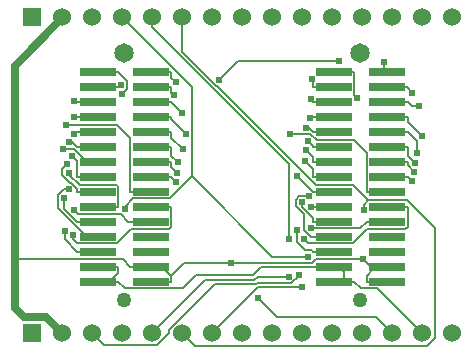
<source format=gtl>
G04 (created by PCBNEW (2013-mar-13)-testing) date Mon 26 Aug 2013 08:11:51 AM PDT*
%MOIN*%
G04 Gerber Fmt 3.4, Leading zero omitted, Abs format*
%FSLAX34Y34*%
G01*
G70*
G90*
G04 APERTURE LIST*
%ADD10C,0.005906*%
%ADD11R,0.060000X0.060000*%
%ADD12C,0.060000*%
%ADD13R,0.119000X0.025500*%
%ADD14C,0.065000*%
%ADD15C,0.050000*%
%ADD16C,0.024000*%
%ADD17C,0.006000*%
%ADD18C,0.025000*%
G04 APERTURE END LIST*
G54D10*
G54D11*
X20559Y-33433D03*
G54D12*
X21559Y-33433D03*
X22559Y-33433D03*
X23559Y-33433D03*
X24559Y-33433D03*
X25559Y-33433D03*
X26559Y-33433D03*
X27559Y-33433D03*
X28559Y-33433D03*
X29559Y-33433D03*
X30559Y-33433D03*
X31559Y-33433D03*
X32559Y-33433D03*
X33559Y-33433D03*
X34559Y-33433D03*
G54D11*
X20559Y-22893D03*
G54D12*
X21559Y-22893D03*
X22559Y-22893D03*
X23559Y-22893D03*
X24559Y-22893D03*
X25559Y-22893D03*
X26559Y-22893D03*
X27559Y-22893D03*
X28559Y-22893D03*
X29559Y-22893D03*
X30559Y-22893D03*
X31559Y-22893D03*
X32559Y-22893D03*
X33559Y-22893D03*
X34559Y-22893D03*
G54D13*
X22734Y-24708D03*
X24509Y-24708D03*
X22734Y-25208D03*
X24509Y-25208D03*
X22734Y-25708D03*
X24509Y-25708D03*
X22734Y-26208D03*
X24509Y-26208D03*
X22734Y-26708D03*
X24509Y-26708D03*
X22734Y-27208D03*
X24509Y-27208D03*
X22734Y-27708D03*
X24509Y-27708D03*
X22734Y-28208D03*
X24509Y-28208D03*
X22734Y-28708D03*
X24509Y-28708D03*
X22734Y-29208D03*
X24509Y-29208D03*
X22734Y-29708D03*
X24509Y-29708D03*
X22734Y-30208D03*
X24509Y-30208D03*
X22734Y-30708D03*
X24509Y-30708D03*
X22734Y-31208D03*
X24509Y-31208D03*
X22734Y-31708D03*
X24509Y-31708D03*
G54D14*
X23622Y-24088D03*
G54D15*
X23622Y-32328D03*
G54D13*
X30608Y-24708D03*
X32383Y-24708D03*
X30608Y-25208D03*
X32383Y-25208D03*
X30608Y-25708D03*
X32383Y-25708D03*
X30608Y-26208D03*
X32383Y-26208D03*
X30608Y-26708D03*
X32383Y-26708D03*
X30608Y-27208D03*
X32383Y-27208D03*
X30608Y-27708D03*
X32383Y-27708D03*
X30608Y-28208D03*
X32383Y-28208D03*
X30608Y-28708D03*
X32383Y-28708D03*
X30608Y-29208D03*
X32383Y-29208D03*
X30608Y-29708D03*
X32383Y-29708D03*
X30608Y-30208D03*
X32383Y-30208D03*
X30608Y-30708D03*
X32383Y-30708D03*
X30608Y-31208D03*
X32383Y-31208D03*
X30608Y-31708D03*
X32383Y-31708D03*
G54D14*
X31496Y-24088D03*
G54D15*
X31496Y-32328D03*
G54D16*
X30782Y-24356D03*
X26777Y-24981D03*
X23630Y-29282D03*
X29761Y-30879D03*
X21695Y-26491D03*
X21582Y-27280D03*
X21776Y-27047D03*
X21944Y-26791D03*
X21957Y-26208D03*
X21957Y-25698D03*
X23511Y-25154D03*
X23545Y-25455D03*
X21907Y-30166D03*
X21958Y-29327D03*
X21632Y-30006D03*
X21763Y-28618D03*
X21625Y-28932D03*
X21783Y-28094D03*
X21727Y-27791D03*
X21880Y-27511D03*
X29157Y-26782D03*
X29692Y-27316D03*
X29759Y-27013D03*
X29696Y-26572D03*
X29829Y-26245D03*
X29830Y-25632D03*
X29874Y-24963D03*
X31393Y-25600D03*
X29614Y-30293D03*
X29848Y-29926D03*
X29393Y-29991D03*
X29771Y-28857D03*
X29553Y-29067D03*
X29832Y-29213D03*
X29380Y-28170D03*
X29639Y-27672D03*
X29537Y-31902D03*
X31605Y-29333D03*
X29103Y-30303D03*
X29103Y-31546D03*
X28085Y-32248D03*
X25340Y-25056D03*
X25268Y-25488D03*
X25559Y-26073D03*
X25667Y-26770D03*
X25580Y-27293D03*
X25419Y-27736D03*
X25384Y-28092D03*
X25356Y-28393D03*
X32292Y-24400D03*
X33218Y-25418D03*
X33436Y-25840D03*
X33561Y-26862D03*
X33366Y-27410D03*
X33297Y-27745D03*
X33286Y-28046D03*
X33206Y-28346D03*
X29434Y-31479D03*
X31582Y-30958D03*
X27174Y-31098D03*
G54D17*
X27403Y-24356D02*
X26777Y-24981D01*
X30782Y-24356D02*
X27403Y-24356D01*
X23630Y-29282D02*
X23630Y-29282D01*
X23630Y-29213D02*
X23630Y-29282D01*
X23917Y-28926D02*
X23630Y-29213D01*
X25159Y-28926D02*
X23917Y-28926D01*
X25883Y-28202D02*
X25159Y-28926D01*
X25883Y-25217D02*
X23559Y-22893D01*
X25883Y-28202D02*
X25883Y-25217D01*
X28559Y-30879D02*
X29761Y-30879D01*
X25883Y-28202D02*
X28559Y-30879D01*
X24509Y-28708D02*
X23824Y-28708D01*
X23378Y-26491D02*
X21695Y-26491D01*
X23824Y-26936D02*
X23378Y-26491D01*
X23824Y-28708D02*
X23824Y-26936D01*
X21946Y-27280D02*
X21582Y-27280D01*
X22375Y-27708D02*
X21946Y-27280D01*
X22734Y-27708D02*
X22375Y-27708D01*
X21888Y-27047D02*
X21776Y-27047D01*
X22049Y-27208D02*
X21888Y-27047D01*
X22734Y-27208D02*
X22049Y-27208D01*
X21966Y-26791D02*
X21944Y-26791D01*
X22049Y-26708D02*
X21966Y-26791D01*
X22734Y-26708D02*
X22049Y-26708D01*
X22734Y-26208D02*
X21957Y-26208D01*
X22039Y-25698D02*
X21957Y-25698D01*
X22049Y-25708D02*
X22039Y-25698D01*
X22734Y-25708D02*
X22049Y-25708D01*
X22734Y-25208D02*
X23419Y-25208D01*
X23457Y-25208D02*
X23511Y-25154D01*
X23419Y-25208D02*
X23457Y-25208D01*
X22734Y-24708D02*
X23419Y-24708D01*
X23721Y-25278D02*
X23545Y-25455D01*
X23721Y-25010D02*
X23721Y-25278D01*
X23419Y-24708D02*
X23721Y-25010D01*
X24509Y-29208D02*
X25194Y-29208D01*
X21907Y-30274D02*
X21907Y-30166D01*
X22059Y-30426D02*
X21907Y-30274D01*
X23366Y-30426D02*
X22059Y-30426D01*
X23831Y-29961D02*
X23366Y-30426D01*
X25111Y-29961D02*
X23831Y-29961D01*
X25194Y-29878D02*
X25111Y-29961D01*
X25194Y-29208D02*
X25194Y-29878D01*
X22083Y-29452D02*
X21958Y-29327D01*
X23503Y-29452D02*
X22083Y-29452D01*
X23759Y-29708D02*
X23503Y-29452D01*
X24509Y-29708D02*
X23759Y-29708D01*
X21632Y-30291D02*
X21632Y-30006D01*
X22049Y-30708D02*
X21632Y-30291D01*
X22734Y-30708D02*
X22049Y-30708D01*
X21617Y-28618D02*
X21763Y-28618D01*
X21415Y-28819D02*
X21617Y-28618D01*
X21415Y-29260D02*
X21415Y-28819D01*
X22363Y-30208D02*
X21415Y-29260D01*
X22734Y-30208D02*
X22363Y-30208D01*
X21625Y-29296D02*
X21625Y-28932D01*
X22038Y-29708D02*
X21625Y-29296D01*
X22734Y-29708D02*
X22038Y-29708D01*
X21783Y-28140D02*
X21783Y-28094D01*
X22133Y-28490D02*
X21783Y-28140D01*
X23371Y-28490D02*
X22133Y-28490D01*
X23419Y-28539D02*
X23371Y-28490D01*
X23419Y-29208D02*
X23419Y-28539D01*
X22734Y-29208D02*
X23419Y-29208D01*
X22734Y-28708D02*
X22049Y-28708D01*
X21557Y-27961D02*
X21727Y-27791D01*
X21557Y-28166D02*
X21557Y-27961D01*
X21799Y-28408D02*
X21557Y-28166D01*
X21850Y-28408D02*
X21799Y-28408D01*
X22049Y-28607D02*
X21850Y-28408D01*
X22049Y-28708D02*
X22049Y-28607D01*
X22734Y-28208D02*
X22049Y-28208D01*
X22049Y-27679D02*
X21880Y-27511D01*
X22049Y-28208D02*
X22049Y-27679D01*
X32383Y-28708D02*
X31698Y-28708D01*
X29825Y-26782D02*
X29157Y-26782D01*
X30034Y-26990D02*
X29825Y-26782D01*
X31266Y-26990D02*
X30034Y-26990D01*
X31698Y-27423D02*
X31266Y-26990D01*
X31698Y-28708D02*
X31698Y-27423D01*
X29923Y-27547D02*
X29692Y-27316D01*
X29923Y-27708D02*
X29923Y-27547D01*
X30608Y-27708D02*
X29923Y-27708D01*
X29923Y-27177D02*
X29759Y-27013D01*
X29923Y-27208D02*
X29923Y-27177D01*
X30608Y-27208D02*
X29923Y-27208D01*
X30608Y-26708D02*
X29923Y-26708D01*
X29786Y-26572D02*
X29696Y-26572D01*
X29923Y-26708D02*
X29786Y-26572D01*
X29866Y-26208D02*
X29829Y-26245D01*
X30608Y-26208D02*
X29866Y-26208D01*
X30608Y-25708D02*
X29923Y-25708D01*
X29906Y-25708D02*
X29830Y-25632D01*
X29923Y-25708D02*
X29906Y-25708D01*
X29923Y-25012D02*
X29874Y-24963D01*
X29923Y-25208D02*
X29923Y-25012D01*
X30608Y-25208D02*
X29923Y-25208D01*
X31293Y-25500D02*
X31393Y-25600D01*
X31293Y-24708D02*
X31293Y-25500D01*
X30608Y-24708D02*
X31293Y-24708D01*
X29747Y-30426D02*
X29614Y-30293D01*
X31240Y-30426D02*
X29747Y-30426D01*
X31705Y-29961D02*
X31240Y-30426D01*
X32985Y-29961D02*
X31705Y-29961D01*
X33068Y-29878D02*
X32985Y-29961D01*
X33068Y-29208D02*
X33068Y-29878D01*
X32383Y-29208D02*
X33068Y-29208D01*
X32383Y-29708D02*
X31698Y-29708D01*
X31480Y-29926D02*
X29848Y-29926D01*
X31698Y-29708D02*
X31480Y-29926D01*
X30608Y-30708D02*
X29923Y-30708D01*
X29865Y-30650D02*
X29923Y-30708D01*
X29647Y-30650D02*
X29865Y-30650D01*
X29393Y-30396D02*
X29647Y-30650D01*
X29393Y-29991D02*
X29393Y-30396D01*
X30608Y-30208D02*
X29923Y-30208D01*
X29459Y-28857D02*
X29771Y-28857D01*
X29337Y-28979D02*
X29459Y-28857D01*
X29337Y-29185D02*
X29337Y-28979D01*
X29604Y-29452D02*
X29337Y-29185D01*
X29604Y-29982D02*
X29604Y-29452D01*
X29831Y-30208D02*
X29604Y-29982D01*
X29923Y-30208D02*
X29831Y-30208D01*
X30608Y-29708D02*
X29923Y-29708D01*
X29553Y-29231D02*
X29553Y-29067D01*
X29923Y-29601D02*
X29553Y-29231D01*
X29923Y-29708D02*
X29923Y-29601D01*
X30608Y-29208D02*
X29923Y-29208D01*
X29836Y-29208D02*
X29832Y-29213D01*
X29923Y-29208D02*
X29836Y-29208D01*
X29385Y-28170D02*
X29380Y-28170D01*
X29923Y-28708D02*
X29385Y-28170D01*
X30608Y-28708D02*
X29923Y-28708D01*
X29923Y-27956D02*
X29639Y-27672D01*
X29923Y-28208D02*
X29923Y-27956D01*
X30608Y-28208D02*
X29923Y-28208D01*
X28089Y-31902D02*
X29537Y-31902D01*
X26559Y-33433D02*
X28089Y-31902D01*
X33054Y-28990D02*
X31751Y-28990D01*
X33971Y-29907D02*
X33054Y-28990D01*
X33971Y-33577D02*
X33971Y-29907D01*
X33707Y-33841D02*
X33971Y-33577D01*
X25967Y-33841D02*
X33707Y-33841D01*
X25559Y-33433D02*
X25967Y-33841D01*
X31605Y-29137D02*
X31605Y-29333D01*
X31751Y-28990D02*
X31605Y-29137D01*
X31251Y-28491D02*
X31751Y-28990D01*
X30007Y-28491D02*
X31251Y-28491D01*
X26708Y-25192D02*
X30007Y-28491D01*
X26690Y-25192D02*
X26708Y-25192D01*
X25559Y-24060D02*
X26690Y-25192D01*
X25559Y-22893D02*
X25559Y-24060D01*
X28077Y-31546D02*
X29103Y-31546D01*
X27957Y-31666D02*
X28077Y-31546D01*
X26325Y-31666D02*
X27957Y-31666D01*
X24559Y-33433D02*
X26325Y-31666D01*
X29103Y-27774D02*
X29103Y-30303D01*
X24559Y-23230D02*
X29103Y-27774D01*
X24559Y-22893D02*
X24559Y-23230D01*
X28713Y-32877D02*
X28085Y-32248D01*
X32002Y-32877D02*
X28713Y-32877D01*
X32559Y-33433D02*
X32002Y-32877D01*
X25194Y-24911D02*
X25340Y-25056D01*
X25194Y-24708D02*
X25194Y-24911D01*
X24509Y-24708D02*
X25194Y-24708D01*
X25194Y-25414D02*
X25268Y-25488D01*
X25194Y-25208D02*
X25194Y-25414D01*
X24509Y-25208D02*
X25194Y-25208D01*
X24509Y-25708D02*
X25194Y-25708D01*
X25194Y-25708D02*
X25559Y-26073D01*
X25194Y-26297D02*
X25667Y-26770D01*
X25194Y-26208D02*
X25194Y-26297D01*
X24509Y-26208D02*
X25194Y-26208D01*
X25194Y-26907D02*
X25580Y-27293D01*
X25194Y-26708D02*
X25194Y-26907D01*
X24509Y-26708D02*
X25194Y-26708D01*
X24509Y-27208D02*
X25194Y-27208D01*
X25194Y-27511D02*
X25419Y-27736D01*
X25194Y-27208D02*
X25194Y-27511D01*
X24509Y-27708D02*
X25194Y-27708D01*
X25194Y-27903D02*
X25384Y-28092D01*
X25194Y-27708D02*
X25194Y-27903D01*
X24509Y-28208D02*
X25194Y-28208D01*
X25194Y-28231D02*
X25356Y-28393D01*
X25194Y-28208D02*
X25194Y-28231D01*
X32292Y-24617D02*
X32292Y-24400D01*
X32383Y-24708D02*
X32292Y-24617D01*
X33068Y-25268D02*
X33218Y-25418D01*
X33068Y-25208D02*
X33068Y-25268D01*
X32383Y-25208D02*
X33068Y-25208D01*
X32383Y-25708D02*
X33068Y-25708D01*
X33200Y-25840D02*
X33436Y-25840D01*
X33068Y-25708D02*
X33200Y-25840D01*
X33068Y-26370D02*
X33561Y-26862D01*
X33068Y-26208D02*
X33068Y-26370D01*
X32383Y-26208D02*
X33068Y-26208D01*
X33366Y-27006D02*
X33366Y-27410D01*
X33068Y-26708D02*
X33366Y-27006D01*
X32383Y-26708D02*
X33068Y-26708D01*
X32383Y-27208D02*
X33068Y-27208D01*
X33068Y-27516D02*
X33297Y-27745D01*
X33068Y-27208D02*
X33068Y-27516D01*
X32383Y-27708D02*
X33068Y-27708D01*
X33068Y-27827D02*
X33286Y-28046D01*
X33068Y-27708D02*
X33068Y-27827D01*
X32383Y-28208D02*
X33068Y-28208D01*
X33068Y-28208D02*
X33206Y-28346D01*
X29434Y-31512D02*
X29434Y-31479D01*
X29190Y-31756D02*
X29434Y-31512D01*
X28037Y-31756D02*
X29190Y-31756D01*
X28007Y-31786D02*
X28037Y-31756D01*
X26651Y-31786D02*
X28007Y-31786D01*
X25119Y-33319D02*
X26651Y-31786D01*
X25119Y-33427D02*
X25119Y-33319D01*
X24714Y-33832D02*
X25119Y-33427D01*
X22958Y-33832D02*
X24714Y-33832D01*
X22559Y-33433D02*
X22958Y-33832D01*
X31511Y-31926D02*
X31293Y-31708D01*
X32052Y-31926D02*
X31511Y-31926D01*
X33559Y-33433D02*
X32052Y-31926D01*
X30608Y-31708D02*
X30951Y-31708D01*
X30951Y-31708D02*
X31293Y-31708D01*
X30951Y-31379D02*
X30779Y-31208D01*
X30951Y-31708D02*
X30951Y-31379D01*
X30608Y-31208D02*
X30694Y-31208D01*
X30694Y-31208D02*
X30779Y-31208D01*
X23637Y-31926D02*
X23419Y-31708D01*
X25587Y-31926D02*
X23637Y-31926D01*
X26027Y-31486D02*
X25587Y-31926D01*
X27908Y-31486D02*
X26027Y-31486D01*
X28173Y-31220D02*
X27908Y-31486D01*
X30682Y-31220D02*
X28173Y-31220D01*
X30694Y-31208D02*
X30682Y-31220D01*
X22734Y-31708D02*
X23077Y-31708D01*
X23077Y-31708D02*
X23419Y-31708D01*
X23419Y-31408D02*
X23419Y-31208D01*
X23119Y-31708D02*
X23419Y-31408D01*
X23077Y-31708D02*
X23119Y-31708D01*
X22734Y-31208D02*
X23419Y-31208D01*
X32383Y-31208D02*
X32041Y-31208D01*
X32383Y-31708D02*
X31698Y-31708D01*
G54D18*
X19980Y-24507D02*
X19980Y-30961D01*
X21559Y-22929D02*
X19980Y-24507D01*
X21559Y-22893D02*
X21559Y-22929D01*
G54D17*
X23577Y-30961D02*
X23824Y-31208D01*
X19980Y-30961D02*
X23577Y-30961D01*
X24509Y-31208D02*
X23824Y-31208D01*
G54D18*
X21000Y-32874D02*
X21559Y-33433D01*
X20275Y-32874D02*
X21000Y-32874D01*
X19980Y-32578D02*
X20275Y-32874D01*
X19980Y-30961D02*
X19980Y-32578D01*
G54D17*
X24509Y-31208D02*
X24852Y-31208D01*
X24509Y-31708D02*
X25194Y-31708D01*
X31915Y-31291D02*
X31582Y-30958D01*
X31998Y-31208D02*
X31915Y-31291D01*
X32041Y-31208D02*
X31998Y-31208D01*
X31698Y-31508D02*
X31698Y-31708D01*
X31915Y-31291D02*
X31698Y-31508D01*
X24894Y-31208D02*
X25194Y-31508D01*
X24852Y-31208D02*
X24894Y-31208D01*
X25194Y-31508D02*
X25194Y-31708D01*
X25605Y-31098D02*
X27174Y-31098D01*
X25194Y-31508D02*
X25605Y-31098D01*
X30004Y-30958D02*
X31582Y-30958D01*
X29865Y-31098D02*
X30004Y-30958D01*
X27174Y-31098D02*
X29865Y-31098D01*
M02*

</source>
